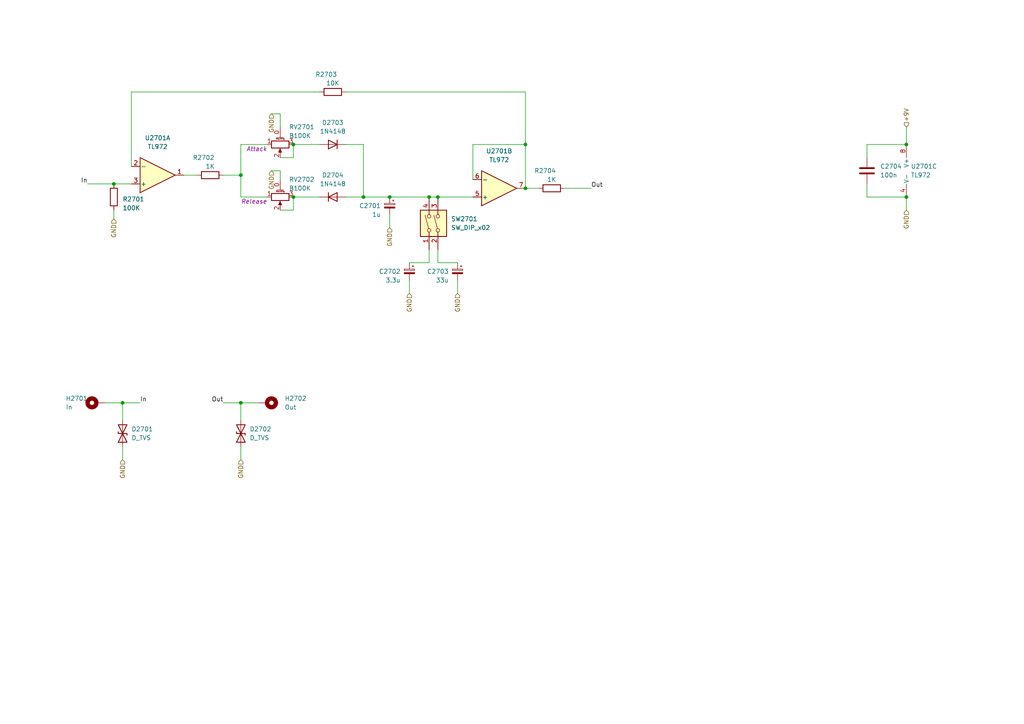
<source format=kicad_sch>
(kicad_sch (version 20211123) (generator eeschema)
  (paper "A4")
  (lib_symbols
    (symbol "Amplifier_Operational:MCP6002-xSN" (pin_names (offset 0.127))
      (property "Reference" "U" (at 0 5.08 0))
      (property "Value" "MCP6002-xSN" (at 0 -5.08 0))
      (symbol "MCP6002-xSN_1_1"
        (polyline (pts (xy -5.08 5.08) (xy 5.08 0) (xy -5.08 -5.08) (xy -5.08 5.08)) (stroke (width 0.254)) (fill (type background)))
        (pin output line (at 7.62 0 180) (length 2.54) (name "~") (number "1"))
        (pin input line (at -7.62 -2.54 0) (length 2.54) (name "-") (number "2"))
        (pin input line (at -7.62 2.54 0) (length 2.54) (name "+") (number "3"))
      )
      (symbol "MCP6002-xSN_2_1"
        (polyline (pts (xy -5.08 5.08) (xy 5.08 0) (xy -5.08 -5.08) (xy -5.08 5.08)) (stroke (width 0.254)) (fill (type background)))
        (pin input line (at -7.62 2.54 0) (length 2.54) (name "+") (number "5"))
        (pin input line (at -7.62 -2.54 0) (length 2.54) (name "-") (number "6"))
        (pin output line (at 7.62 0 180) (length 2.54) (name "~") (number "7"))
      )
      (symbol "MCP6002-xSN_3_1"
        (pin power_in line (at -2.54 -7.62 90) (length 3.81) (name "V-") (number "4"))
        (pin power_in line (at -2.54 7.62 270) (length 3.81) (name "V+") (number "8"))
      )
    )
    (symbol "Device:C" (pin_numbers hide) (pin_names (offset 0.254))
      (property "Reference" "C" (at 0.635 2.54 0))
      (property "Value" "C" (at 0.635 -2.54 0))
      (symbol "C_0_1"
        (polyline (pts (xy -2.032 -0.762) (xy 2.032 -0.762)) (stroke (width 0.508)))
        (polyline (pts (xy -2.032 0.762) (xy 2.032 0.762)) (stroke (width 0.508)))
      )
      (symbol "C_1_1"
        (pin passive line (at 0 3.81 270) (length 2.794) (name "~") (number "1"))
        (pin passive line (at 0 -3.81 90) (length 2.794) (name "~") (number "2"))
      )
    )
    (symbol "Device:C_Polarized_Small" (pin_numbers hide) (pin_names (offset 0.254) hide)
      (property "Reference" "C" (at 0.254 1.778 0))
      (property "Value" "C_Polarized_Small" (at 0.254 -2.032 0))
      (symbol "C_Polarized_Small_0_1"
        (rectangle (start -1.524 -0.3048) (end 1.524 -0.6858) (fill (type outline)))
        (rectangle (start -1.524 0.6858) (end 1.524 0.3048))
        (polyline (pts (xy -1.27 1.524) (xy -0.762 1.524)))
        (polyline (pts (xy -1.016 1.27) (xy -1.016 1.778)))
      )
      (symbol "C_Polarized_Small_1_1"
        (pin passive line (at 0 2.54 270) (length 1.8542) (name "~") (number "1"))
        (pin passive line (at 0 -2.54 90) (length 1.8542) (name "~") (number "2"))
      )
    )
    (symbol "Device:D" (pin_numbers hide) (pin_names (offset 1.016) hide)
      (property "Reference" "D" (at 0 2.54 0))
      (property "Value" "D" (at 0 -2.54 0))
      (symbol "D_0_1"
        (polyline (pts (xy -1.27 1.27) (xy -1.27 -1.27)) (stroke (width 0.254)))
        (polyline (pts (xy 1.27 0) (xy -1.27 0)))
        (polyline (pts (xy 1.27 1.27) (xy 1.27 -1.27) (xy -1.27 0) (xy 1.27 1.27)) (stroke (width 0.254)))
      )
      (symbol "D_1_1"
        (pin passive line (at -3.81 0 0) (length 2.54) (name "K") (number "1"))
        (pin passive line (at 3.81 0 180) (length 2.54) (name "A") (number "2"))
      )
    )
    (symbol "Device:D_TVS" (pin_numbers hide) (pin_names (offset 1.016) hide)
      (property "Reference" "D" (at 0 2.54 0))
      (property "Value" "D_TVS" (at 0 -2.54 0))
      (symbol "D_TVS_0_1"
        (polyline (pts (xy 1.27 0) (xy -1.27 0)))
        (polyline (pts (xy 0.508 1.27) (xy 0 1.27) (xy 0 -1.27) (xy -0.508 -1.27)) (stroke (width 0.254)))
        (polyline (pts (xy -2.54 1.27) (xy -2.54 -1.27) (xy 2.54 1.27) (xy 2.54 -1.27) (xy -2.54 1.27)) (stroke (width 0.254)))
      )
      (symbol "D_TVS_1_1"
        (pin passive line (at -3.81 0 0) (length 2.54) (name "A1") (number "1"))
        (pin passive line (at 3.81 0 180) (length 2.54) (name "A2") (number "2"))
      )
    )
    (symbol "Device:R" (pin_numbers hide) (pin_names (offset 0))
      (property "Reference" "R" (at 2.032 0 90))
      (property "Value" "R" (at 0 0 90))
      (symbol "R_0_1"
        (rectangle (start -1.016 -2.54) (end 1.016 2.54) (stroke (width 0.254)))
      )
      (symbol "R_1_1"
        (pin passive line (at 0 3.81 270) (length 1.27) (name "~") (number "1"))
        (pin passive line (at 0 -3.81 90) (length 1.27) (name "~") (number "2"))
      )
    )
    (symbol "Mechanical:MountingHole_Pad" (pin_numbers hide) (pin_names (offset 1.016) hide)
      (property "Reference" "H" (at 0 6.35 0))
      (property "Value" "MountingHole_Pad" (at 0 4.445 0))
      (symbol "MountingHole_Pad_0_1"
        (circle (center 0 1.27) (radius 1.27) (stroke (width 1.27)))
      )
      (symbol "MountingHole_Pad_1_1"
        (pin input line (at 0 -2.54 90) (length 2.54) (name "1") (number "1"))
      )
    )
    (symbol "R0904NB10KL-25KQ:R_Potentiometer_Shield" (pin_names (offset 1.016) hide)
      (property "Reference" "RV" (at -8.255 0 90))
      (property "Value" "R_Potentiometer_Shield" (at -6.35 0 90))
      (symbol "R_Potentiometer_Shield_0_1"
        (polyline (pts (xy 2.54 0) (xy 1.524 0)))
        (polyline (pts (xy 1.143 0) (xy 2.286 0.508) (xy 2.286 -0.508)) (fill (type outline)))
        (rectangle (start 1.016 2.54) (end -1.016 -2.54) (stroke (width 0.254)))
      )
      (symbol "R_Potentiometer_Shield_1_1"
        (polyline (pts (xy -2.032 1.016) (xy -2.032 -1.016)) (stroke (width 0.1524)))
        (text "Mounting" (at -1.651 0 900) (effects (font (size 0.381 0.381))))
        (pin passive line (at -5.08 0 0) (length 3.048) (name "ShieldPin") (number "0"))
        (pin passive line (at 0 3.81 270) (length 1.27) (name "1") (number "1"))
        (pin passive line (at 3.81 0 180) (length 1.27) (name "2") (number "2"))
        (pin passive line (at 0 -3.81 90) (length 1.27) (name "3") (number "3"))
      )
    )
    (symbol "Switch:SW_DIP_x02" (pin_names (offset 0) hide)
      (property "Reference" "SW" (at 0 6.35 0))
      (property "Value" "SW_DIP_x02" (at 0 -3.81 0))
      (symbol "SW_DIP_x02_0_0"
        (circle (center -2.032 0) (radius 0.508))
        (circle (center -2.032 2.54) (radius 0.508))
        (polyline (pts (xy -1.524 0.127) (xy 2.3622 1.1684)))
        (polyline (pts (xy -1.524 2.667) (xy 2.3622 3.7084)))
        (circle (center 2.032 0) (radius 0.508))
        (circle (center 2.032 2.54) (radius 0.508))
      )
      (symbol "SW_DIP_x02_0_1"
        (rectangle (start -3.81 5.08) (end 3.81 -2.54) (stroke (width 0.254)) (fill (type background)))
      )
      (symbol "SW_DIP_x02_1_1"
        (pin passive line (at -7.62 2.54 0) (length 5.08) (name "~") (number "1"))
        (pin passive line (at -7.62 0 0) (length 5.08) (name "~") (number "2"))
        (pin passive line (at 7.62 0 180) (length 5.08) (name "~") (number "3"))
        (pin passive line (at 7.62 2.54 180) (length 5.08) (name "~") (number "4"))
      )
    )
  )
  (junction (at 105.41 57.15))
  (junction (at 85.09 57.15))
  (junction (at 262.89 57.15))
  (junction (at 124.46 57.15))
  (junction (at 152.4 41.91))
  (junction (at 69.85 116.84))
  (junction (at 127 57.15))
  (junction (at 35.56 116.84))
  (junction (at 113.03 57.15))
  (junction (at 69.85 50.8))
  (junction (at 262.89 41.91))
  (junction (at 33.02 53.34))
  (junction (at 152.4 54.61))
  (junction (at 85.09 41.91))
  (wire (pts (xy 137.16 52.07) (xy 137.16 41.91)))
  (wire (pts (xy 81.28 60.96) (xy 85.09 60.96)))
  (wire (pts (xy 92.71 26.67) (xy 38.1 26.67)))
  (wire (pts (xy 124.46 76.2) (xy 118.745 76.2)))
  (wire (pts (xy 69.85 129.54) (xy 69.85 133.35)))
  (wire (pts (xy 69.85 50.8) (xy 69.85 57.15)))
  (wire (pts (xy 163.83 54.61) (xy 171.45 54.61)))
  (wire (pts (xy 78.74 33.02) (xy 81.28 33.02)))
  (wire (pts (xy 35.56 116.84) (xy 35.56 121.92)))
  (wire (pts (xy 85.09 41.91) (xy 92.71 41.91)))
  (wire (pts (xy 64.77 116.84) (xy 69.85 116.84)))
  (wire (pts (xy 152.4 41.91) (xy 152.4 54.61)))
  (wire (pts (xy 69.85 50.8) (xy 69.85 41.91)))
  (wire (pts (xy 69.85 116.84) (xy 74.93 116.84)))
  (wire (pts (xy 33.02 60.96) (xy 33.02 63.5)))
  (wire (pts (xy 77.47 57.15) (xy 69.85 57.15)))
  (wire (pts (xy 33.02 53.34) (xy 38.1 53.34)))
  (wire (pts (xy 251.46 45.72) (xy 251.46 41.91)))
  (wire (pts (xy 124.46 57.15) (xy 127 57.15)))
  (wire (pts (xy 100.33 41.91) (xy 105.41 41.91)))
  (wire (pts (xy 113.03 57.15) (xy 124.46 57.15)))
  (wire (pts (xy 127 76.2) (xy 132.715 76.2)))
  (wire (pts (xy 137.16 41.91) (xy 152.4 41.91)))
  (wire (pts (xy 251.46 53.34) (xy 251.46 57.15)))
  (wire (pts (xy 69.85 41.91) (xy 77.47 41.91)))
  (wire (pts (xy 251.46 57.15) (xy 262.89 57.15)))
  (wire (pts (xy 35.56 129.54) (xy 35.56 133.35)))
  (wire (pts (xy 100.33 57.15) (xy 105.41 57.15)))
  (wire (pts (xy 262.89 36.83) (xy 262.89 41.91)))
  (wire (pts (xy 64.77 50.8) (xy 69.85 50.8)))
  (wire (pts (xy 35.56 116.84) (xy 40.64 116.84)))
  (wire (pts (xy 69.85 116.84) (xy 69.85 121.92)))
  (wire (pts (xy 152.4 54.61) (xy 156.21 54.61)))
  (wire (pts (xy 30.48 116.84) (xy 35.56 116.84)))
  (wire (pts (xy 127 72.39) (xy 127 76.2)))
  (wire (pts (xy 81.28 45.72) (xy 85.09 45.72)))
  (wire (pts (xy 85.09 57.15) (xy 85.09 60.96)))
  (wire (pts (xy 113.03 62.23) (xy 113.03 66.04)))
  (wire (pts (xy 100.33 26.67) (xy 152.4 26.67)))
  (wire (pts (xy 152.4 26.67) (xy 152.4 41.91)))
  (wire (pts (xy 105.41 57.15) (xy 113.03 57.15)))
  (wire (pts (xy 262.89 57.15) (xy 262.89 60.96)))
  (wire (pts (xy 25.4 53.34) (xy 33.02 53.34)))
  (wire (pts (xy 118.745 81.28) (xy 118.745 85.09)))
  (wire (pts (xy 81.28 49.53) (xy 81.28 52.07)))
  (wire (pts (xy 38.1 26.67) (xy 38.1 48.26)))
  (wire (pts (xy 251.46 41.91) (xy 262.89 41.91)))
  (wire (pts (xy 132.715 81.28) (xy 132.715 85.09)))
  (wire (pts (xy 85.09 57.15) (xy 92.71 57.15)))
  (wire (pts (xy 78.74 49.53) (xy 81.28 49.53)))
  (wire (pts (xy 85.09 45.72) (xy 85.09 41.91)))
  (wire (pts (xy 105.41 41.91) (xy 105.41 57.15)))
  (wire (pts (xy 124.46 72.39) (xy 124.46 76.2)))
  (wire (pts (xy 53.34 50.8) (xy 57.15 50.8)))
  (wire (pts (xy 81.28 33.02) (xy 81.28 36.83)))
  (wire (pts (xy 127 57.15) (xy 137.16 57.15)))
  (label "Out" (at 64.77 116.84 180))
  (label "Out" (at 171.45 54.61 0))
  (label "In" (at 25.4 53.34 180))
  (label "In" (at 40.64 116.84 0))
  (hierarchical_label "GND" (shape input) (at 113.03 66.04 270))
  (hierarchical_label "GND" (shape input) (at 262.89 60.96 270))
  (hierarchical_label "GND" (shape input) (at 78.74 33.02 270))
  (hierarchical_label "GND" (shape input) (at 33.02 63.5 270))
  (hierarchical_label "GND" (shape input) (at 132.715 85.09 270))
  (hierarchical_label "+9V" (shape input) (at 262.89 36.83 90))
  (hierarchical_label "GND" (shape input) (at 118.745 85.09 270))
  (hierarchical_label "GND" (shape input) (at 69.85 133.35 270))
  (hierarchical_label "GND" (shape input) (at 78.74 49.53 270))
  (hierarchical_label "GND" (shape input) (at 35.56 133.35 270))
  (symbol (lib_id "Device:D") (at 96.52 41.91 180) (unit 1)
    (property "Reference" "D2703" (at 96.52 35.56 0))
    (property "Value" "1N4148" (at 96.52 38.1 0))
    (property "Footprint" "Diode_SMD:D_SOD-323_HandSoldering" (effects hide))
  )
  (symbol (lib_id "Switch:SW_DIP_x02") (at 127 64.77 90) (unit 1)
    (property "Reference" "SW2701" (at 130.81 63.4999 90) (effects (justify right)))
    (property "Value" "SW_DIP_x02" (at 130.81 66.0399 90) (effects (justify right)))
    (property "Footprint" "Button_Switch_THT:SW_DIP_SPSTx02_Slide_9.78x7.26mm_W7.62mm_P2.54mm" (effects hide))
  )
  (symbol (lib_id "Device:C_Polarized_Small") (at 113.03 59.69 0) (mirror y) (unit 1)
    (property "Reference" "C2701" (at 110.49 59.69 0) (effects (justify left)))
    (property "Value" "1u" (at 110.49 62.23 0) (effects (justify left)))
    (property "Footprint" "Capacitor_Tantalum_SMD:CP_EIA-3216-18_Kemet-A_Pad1.58x1.35mm_HandSolder" (effects hide))
  )
  (symbol (lib_id "Amplifier_Operational:MCP6002-xSN") (at 144.78 54.61 0) (mirror x) (unit 2)
    (property "Reference" "U2701" (at 144.78 43.815 0))
    (property "Value" "TL972" (at 144.78 46.355 0))
    (property "Footprint" "Package_SO:SOIC-8_3.9x4.9mm_P1.27mm" (effects hide))
    (property "Datasheet" "http://ww1.microchip.com/downloads/en/DeviceDoc/21733j.pdf" (effects hide))
  )
  (symbol (lib_id "Device:C_Polarized_Small") (at 118.745 78.74 0) (mirror y) (unit 1)
    (property "Reference" "C2702" (at 116.205 78.74 0) (effects (justify left)))
    (property "Value" "3.3u" (at 116.205 81.28 0) (effects (justify left)))
    (property "Footprint" "Capacitor_Tantalum_SMD:CP_EIA-3216-18_Kemet-A_Pad1.58x1.35mm_HandSolder" (effects hide))
  )
  (symbol (lib_id "Device:R") (at 60.96 50.8 90) (unit 1)
    (property "Reference" "R2702" (at 62.23 45.72 90) (effects (justify left)))
    (property "Value" "1K" (at 60.96 48.26 90))
    (property "Footprint" "Resistor_SMD:R_0603_1608Metric_Pad0.98x0.95mm_HandSolder" (effects hide))
  )
  (symbol (lib_id "Device:R") (at 160.02 54.61 90) (unit 1)
    (property "Reference" "R2704" (at 161.29 49.53 90) (effects (justify left)))
    (property "Value" "1K" (at 160.02 52.07 90))
    (property "Footprint" "Resistor_SMD:R_0603_1608Metric_Pad0.98x0.95mm_HandSolder" (effects hide))
  )
  (symbol (lib_id "Device:C_Polarized_Small") (at 132.715 78.74 0) (mirror y) (unit 1)
    (property "Reference" "C2703" (at 130.175 78.74 0) (effects (justify left)))
    (property "Value" "33u" (at 130.175 81.28 0) (effects (justify left)))
    (property "Footprint" "Capacitor_Tantalum_SMD:CP_EIA-3216-18_Kemet-A_Pad1.58x1.35mm_HandSolder" (effects hide))
  )
  (symbol (lib_id "Device:D") (at 96.52 57.15 0) (unit 1)
    (property "Reference" "D2704" (at 96.52 50.8 0))
    (property "Value" "1N4148" (at 96.52 53.34 0))
    (property "Footprint" "Diode_SMD:D_SOD-323_HandSoldering" (effects hide))
  )
  (symbol (lib_id "Amplifier_Operational:MCP6002-xSN") (at 45.72 50.8 0) (mirror x) (unit 1)
    (property "Reference" "U2701" (at 45.72 40.005 0))
    (property "Value" "TL972" (at 45.72 42.545 0))
    (property "Footprint" "Package_SO:SOIC-8_3.9x4.9mm_P1.27mm" (effects hide))
    (property "Datasheet" "http://ww1.microchip.com/downloads/en/DeviceDoc/21733j.pdf" (effects hide))
  )
  (symbol (lib_id "Mechanical:MountingHole_Pad") (at 77.47 116.84 270) (unit 1)
    (property "Reference" "H2702" (at 82.55 115.57 90) (effects (justify left)))
    (property "Value" "Out" (at 82.55 118.11 90) (effects (justify left)))
    (property "Footprint" "MountingHole:MountingHole_4.3mm_M4_Pad_TopBottom" (effects hide))
  )
  (symbol (lib_id "Device:D_TVS") (at 35.56 125.73 90) (unit 1)
    (property "Reference" "D2701" (at 38.1 124.4599 90) (effects (justify right)))
    (property "Value" "D_TVS" (at 38.1 126.9999 90) (effects (justify right)))
    (property "Footprint" "Diode_SMD:D_SOD-323_HandSoldering" (effects hide))
  )
  (symbol (lib_id "R0904NB10KL-25KQ:R_Potentiometer_Shield") (at 81.28 41.91 90) (mirror x) (unit 1)
    (property "Reference" "RV2701" (at 83.82 36.83 90) (effects (justify right)))
    (property "Value" "B100K" (at 83.82 39.37 90) (effects (justify right)))
    (property "Footprint" "R0904NB10KL-25KQ:V2_TRIM_R0904NB10KL-25KQ-" (effects hide))
    (property "Role" "Attack" (at 77.47 43.18 90) (effects (font italic) (justify left)))
  )
  (symbol (lib_id "Device:R") (at 33.02 57.15 0) (unit 1)
    (property "Reference" "R2701" (at 35.56 57.785 0) (effects (justify left)))
    (property "Value" "100K" (at 35.56 60.325 0) (effects (justify left)))
    (property "Footprint" "Resistor_SMD:R_0603_1608Metric_Pad0.98x0.95mm_HandSolder" (effects hide))
  )
  (symbol (lib_id "Device:R") (at 96.52 26.67 90) (unit 1)
    (property "Reference" "R2703" (at 97.79 21.59 90) (effects (justify left)))
    (property "Value" "10K" (at 96.52 24.13 90))
    (property "Footprint" "Resistor_SMD:R_0603_1608Metric_Pad0.98x0.95mm_HandSolder" (effects hide))
  )
  (symbol (lib_id "Mechanical:MountingHole_Pad") (at 27.94 116.84 90) (unit 1)
    (property "Reference" "H2701" (at 19.05 115.57 90) (effects (justify right)))
    (property "Value" "In" (at 19.05 118.11 90) (effects (justify right)))
    (property "Footprint" "MountingHole:MountingHole_4.3mm_M4_Pad_TopBottom" (effects hide))
  )
  (symbol (lib_id "R0904NB10KL-25KQ:R_Potentiometer_Shield") (at 81.28 57.15 90) (mirror x) (unit 1)
    (property "Reference" "RV2702" (at 83.82 52.07 90) (effects (justify right)))
    (property "Value" "B100K" (at 83.82 54.61 90) (effects (justify right)))
    (property "Footprint" "R0904NB10KL-25KQ:V2_TRIM_R0904NB10KL-25KQ-" (effects hide))
    (property "Role" "Release" (at 77.47 58.42 90) (effects (font italic) (justify left)))
  )
  (symbol (lib_id "Device:C") (at 251.46 49.53 0) (unit 1)
    (property "Reference" "C2704" (at 255.27 48.2599 0) (effects (justify left)))
    (property "Value" "100n" (at 255.27 50.7999 0) (effects (justify left)))
    (property "Footprint" "Capacitor_SMD:C_0603_1608Metric_Pad1.08x0.95mm_HandSolder" (effects hide))
  )
  (symbol (lib_id "Device:D_TVS") (at 69.85 125.73 90) (unit 1)
    (property "Reference" "D2702" (at 72.39 124.4599 90) (effects (justify right)))
    (property "Value" "D_TVS" (at 72.39 126.9999 90) (effects (justify right)))
    (property "Footprint" "Diode_SMD:D_SOD-323_HandSoldering" (effects hide))
  )
  (symbol (lib_id "Amplifier_Operational:MCP6002-xSN") (at 265.43 49.53 0) (unit 3)
    (property "Reference" "U2701" (at 264.16 48.2599 0) (effects (justify left)))
    (property "Value" "TL972" (at 264.16 50.7999 0) (effects (justify left)))
    (property "Footprint" "Package_SO:SOIC-8_3.9x4.9mm_P1.27mm" (effects hide))
    (property "Datasheet" "http://ww1.microchip.com/downloads/en/DeviceDoc/21733j.pdf" (effects hide))
  )
)
</source>
